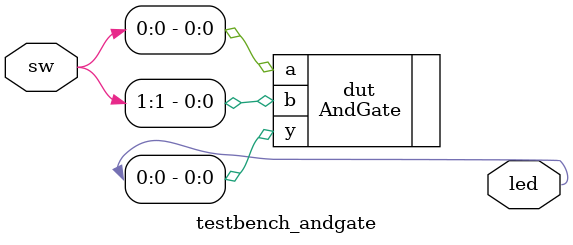
<source format=v>
`timescale 1ns / 1ps


module testbench_andgate(input [15:0] sw, output [15:0] led);
        AndGate dut(
                        .a(sw[0]),
                        .b(sw[1]),
                        .y(led[0])
                    );
endmodule

</source>
